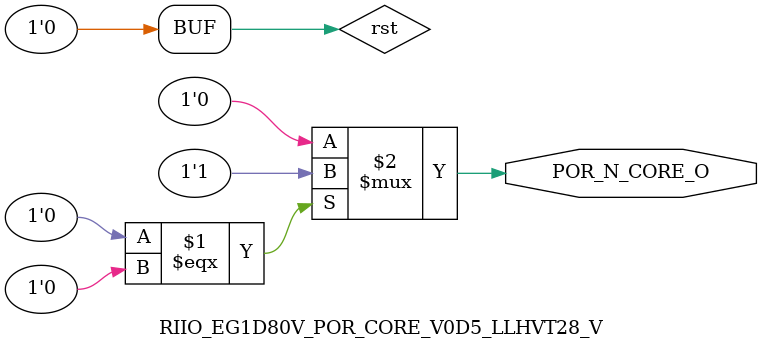
<source format=v>
`timescale 1ns/10ps
`celldefine
module RIIO_EG1D80V_POR_CORE_V0D5_LLHVT28_V(
	
		  POR_N_CORE_O
	
`ifdef USE_PG_PIN
		, VDDIO
		, VSSIO
		, VDD
		, VSS
		, VDD_POR
		, VSS_POR
`endif// USE_PG_PIN
);

	
	//outputs
output
`ifdef USE_AMS_EXTENSION
`ifdef INCA
    (* integer supplySensitivity = "VDD_POR";
	   integer groundSensitivity = "VSS_POR"; *)
`endif//INCA
`endif//USE_AMS_EXTENSION
  POR_N_CORE_O;



`ifdef USE_PG_PIN
	// supply
inout 
`ifdef USE_AMS_EXTENSION
`ifdef INCA
    (* integer inh_conn_prop_name = "vddio";
       integer inh_conn_def_value = "cds_globals.\\VDDIO! "; *)
`endif//INCA
`endif//USE_AMS_EXTENSION
  VDDIO;
inout 
`ifdef USE_AMS_EXTENSION
`ifdef INCA
    (* integer inh_conn_prop_name = "vssio";
       integer inh_conn_def_value = "cds_globals.\\VSSIO! "; *)
`endif//INCA
`endif//USE_AMS_EXTENSION
  VSSIO;
inout 
`ifdef USE_AMS_EXTENSION
`ifdef INCA
    (* integer inh_conn_prop_name = "vdd";
       integer inh_conn_def_value = "cds_globals.\\VDD! "; *)
`endif//INCA
`endif//USE_AMS_EXTENSION
  VDD;
inout 
`ifdef USE_AMS_EXTENSION
`ifdef INCA
    (* integer inh_conn_prop_name = "vss";
       integer inh_conn_def_value = "cds_globals.\\VSS! "; *)
`endif//INCA
`endif//USE_AMS_EXTENSION
  VSS;

inout 
`ifdef USE_AMS_EXTENSION
`ifdef INCA
    (* integer inh_conn_prop_name = "vdd_por";
       integer inh_conn_def_value = "cds_globals.\\VDD_POR! "; *)
`endif//INCA
`endif//USE_AMS_EXTENSION
  VDD_POR;
inout 
`ifdef USE_AMS_EXTENSION
`ifdef INCA
    (* integer inh_conn_prop_name = "vss_por";
       integer inh_conn_def_value = "cds_globals.\\VSS_POR! "; *)
`endif//INCA
`endif//USE_AMS_EXTENSION
  VSS_POR;
  
`endif// USE_PG_PIN


//////////////////////////////////////////////////////////
//MODEL
//////////////////////////////////////////////////////////

parameter DELAY = 20;

wire rst;
assign #(DELAY) rst = 1'b0;

assign POR_N_CORE_O = (rst===1'b0) ? 1'b1 : 1'b0;

endmodule
`endcelldefine

</source>
